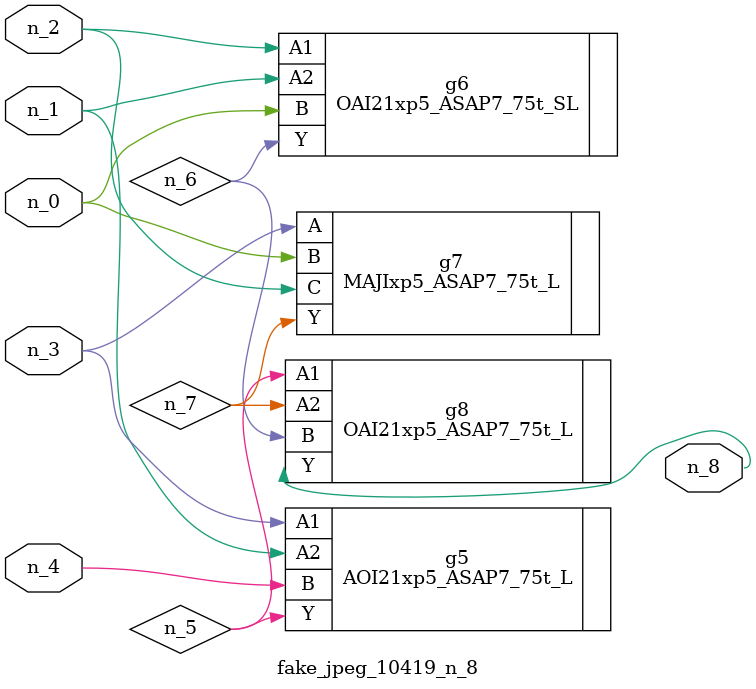
<source format=v>
module fake_jpeg_10419_n_8 (n_3, n_2, n_1, n_0, n_4, n_8);

input n_3;
input n_2;
input n_1;
input n_0;
input n_4;

output n_8;

wire n_6;
wire n_5;
wire n_7;

AOI21xp5_ASAP7_75t_L g5 ( 
.A1(n_3),
.A2(n_1),
.B(n_4),
.Y(n_5)
);

OAI21xp5_ASAP7_75t_SL g6 ( 
.A1(n_2),
.A2(n_1),
.B(n_0),
.Y(n_6)
);

MAJIxp5_ASAP7_75t_L g7 ( 
.A(n_3),
.B(n_0),
.C(n_2),
.Y(n_7)
);

OAI21xp5_ASAP7_75t_L g8 ( 
.A1(n_5),
.A2(n_7),
.B(n_6),
.Y(n_8)
);


endmodule
</source>
